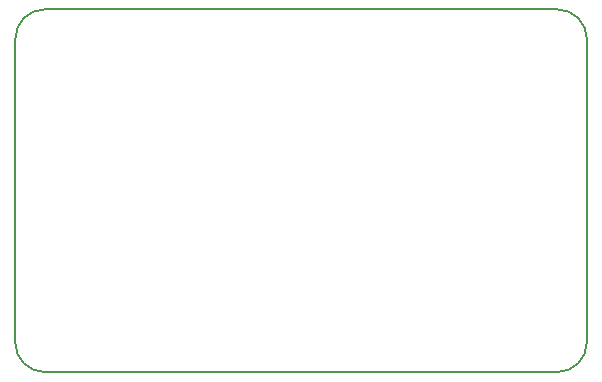
<source format=gm1>
G04 #@! TF.FileFunction,Profile,NP*
%FSLAX46Y46*%
G04 Gerber Fmt 4.6, Leading zero omitted, Abs format (unit mm)*
G04 Created by KiCad (PCBNEW 4.0.2+dfsg1-stable) date Sun 14 May 2017 07:45:38 PM MDT*
%MOMM*%
G01*
G04 APERTURE LIST*
%ADD10C,0.100000*%
%ADD11C,0.150000*%
G04 APERTURE END LIST*
D10*
D11*
X158500000Y-119600000D02*
G75*
G03X161000000Y-122100000I2500000J0D01*
G01*
X161000000Y-91400000D02*
G75*
G03X158500000Y-93900000I0J-2500000D01*
G01*
X204400000Y-122100000D02*
G75*
G03X206900000Y-119600000I0J2500000D01*
G01*
X206900000Y-93900000D02*
G75*
G03X204400000Y-91400000I-2500000J0D01*
G01*
X204400000Y-91400000D02*
X161000000Y-91400000D01*
X206900000Y-119600000D02*
X206900000Y-93900000D01*
X161000000Y-122100000D02*
X204400000Y-122100000D01*
X158500000Y-93900000D02*
X158500000Y-119600000D01*
M02*

</source>
